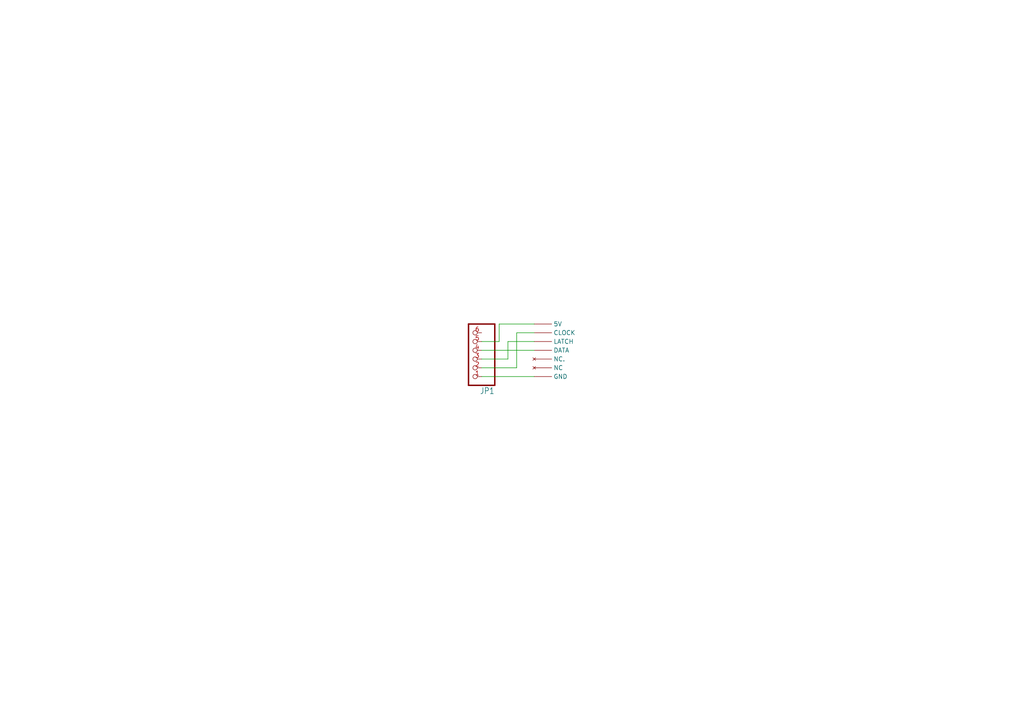
<source format=kicad_sch>
(kicad_sch (version 20231120) (generator "eeschema") (generator_version "8.0")
  (paper "A4")
  (lib_symbols
    (symbol "snes_breakout-eagle-import:PINHD-1X6"
      (property "Reference" "JP" (at -6.35 10.795 0))
      (symbol "PINHD-1X6_1_0"
        (polyline (pts (xy -6.35 -7.62) (xy 1.27 -7.62)) (stroke (width 0.4064)))
        (polyline (pts (xy -6.35 10.16) (xy -6.35 -7.62)) (stroke (width 0.4064)))
        (polyline (pts (xy 1.27 -7.62) (xy 1.27 10.16)) (stroke (width 0.4064)))
        (polyline (pts (xy 1.27 10.16) (xy -6.35 10.16)) (stroke (width 0.4064)))
        (pin passive inverted (at -2.54 7.62 0) (length 2.54) (name "1") (number "1"))
        (pin passive inverted (at -2.54 5.08 0) (length 2.54) (name "2") (number "2"))
        (pin passive inverted (at -2.54 2.54 0) (length 2.54) (name "3") (number "3"))
        (pin passive inverted (at -2.54 0 0) (length 2.54) (name "4") (number "4"))
        (pin passive inverted (at -2.54 -2.54 0) (length 2.54) (name "5") (number "5"))
        (pin passive inverted (at -2.54 -5.08 0) (length 2.54) (name "6") (number "6"))
      )
    )
    (symbol "snes_breakout-eagle-import:SNESCONN"
      (symbol "SNESCONN_1_0"
        (pin input line (at 2.54 7.62 0) (length 5.08) (name "5V") (number "5V"))
        (pin input line (at 2.54 5.08 0) (length 5.08) (name "CLOCK") (number "CLOCK"))
        (pin bidirectional line (at 2.54 0 0) (length 5.08) (name "DATA") (number "DATA"))
        (pin power_in line (at 2.54 -7.62 0) (length 5.08) (name "GND") (number "GND"))
        (pin input line (at 2.54 2.54 0) (length 5.08) (name "LATCH") (number "LATCH"))
        (pin no_connect line (at 2.54 -5.08 0) (length 5.08) (name "NC") (number "NC"))
        (pin no_connect line (at 2.54 -2.54 0) (length 5.08) (name "NC.") (number "NC."))
      )
    )
  )
  (wire (pts (xy 147.32 104.14) (xy 147.32 99.06)) (stroke (width 0.1524)))
  (wire (pts (xy 139.7 99.06) (xy 144.78 99.06)) (stroke (width 0.1524)))
  (wire (pts (xy 147.32 99.06) (xy 154.94 99.06)) (stroke (width 0.1524)))
  (wire (pts (xy 149.86 106.68) (xy 139.7 106.68)) (stroke (width 0.1524)))
  (wire (pts (xy 154.94 101.6) (xy 139.7 101.6)) (stroke (width 0.1524)))
  (wire (pts (xy 139.7 104.14) (xy 147.32 104.14)) (stroke (width 0.1524)))
  (wire (pts (xy 154.94 109.22) (xy 139.7 109.22)) (stroke (width 0.1524)))
  (wire (pts (xy 144.78 99.06) (xy 144.78 93.98)) (stroke (width 0.1524)))
  (wire (pts (xy 144.78 93.98) (xy 154.94 93.98)) (stroke (width 0.1524)))
  (wire (pts (xy 149.86 96.52) (xy 149.86 106.68)) (stroke (width 0.1524)))
  (wire (pts (xy 154.94 96.52) (xy 149.86 96.52)) (stroke (width 0.1524)))
  (symbol (lib_id "snes_breakout-eagle-import:SNESCONN") (at 152.4 101.6 0) (unit 1)
    (property "Reference" "U$1" (effects (hide yes)))
    (property "Value" "SNESCONN" (effects (hide yes)))
    (property "Footprint" "snes_breakout:SNESCONN" (effects (hide yes)))
  )
  (symbol (lib_id "snes_breakout-eagle-import:PINHD-1X6") (at 137.16 101.6 180) (unit 1)
    (property "Reference" "JP1" (at 143.51 112.395 0) (effects (font (size 1.778 1.5113)) (justify left bottom)))
    (property "Value" "PINHD-1X6" (effects (hide yes)))
    (property "Footprint" "snes_breakout:1X06" (effects (hide yes)))
  )
)
</source>
